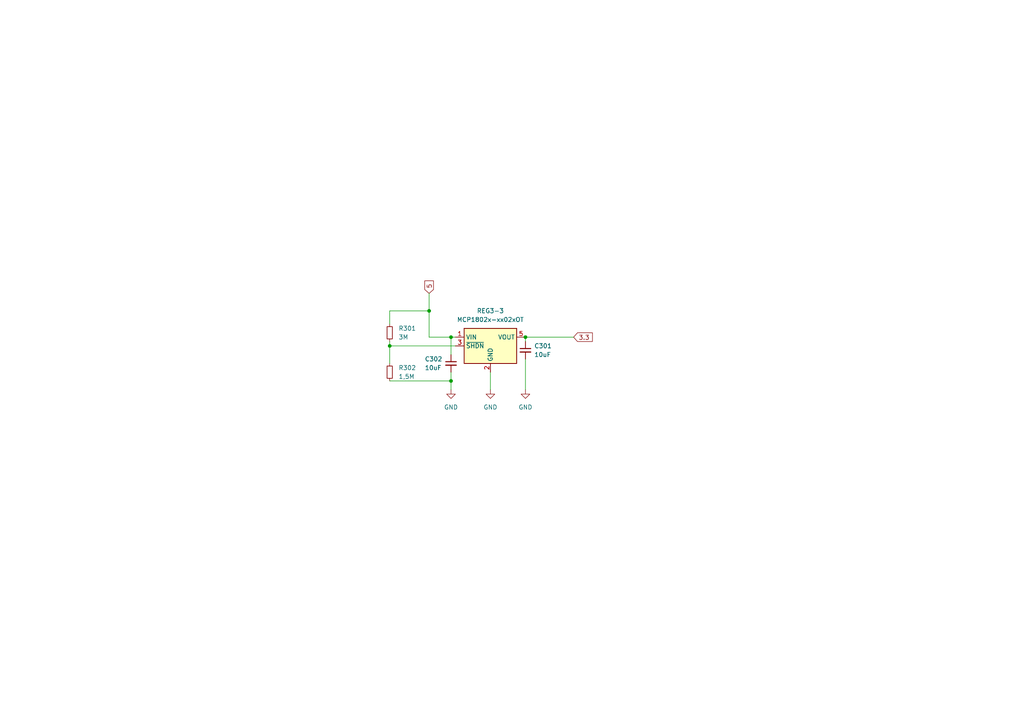
<source format=kicad_sch>
(kicad_sch (version 20211123) (generator eeschema)
  (paper "A4")
  (lib_symbols
    (symbol "Device:C_Small" (pin_numbers hide) (pin_names (offset 0.254) hide)
      (property "Reference" "C" (at 0.254 1.778 0))
      (property "Value" "C_Small" (at 0.254 -2.032 0))
      (symbol "C_Small_0_1"
        (polyline (pts (xy -1.524 -0.508) (xy 1.524 -0.508)) (stroke (width 0.3302)))
        (polyline (pts (xy -1.524 0.508) (xy 1.524 0.508)) (stroke (width 0.3048)))
      )
      (symbol "C_Small_1_1"
        (pin passive line (at 0 2.54 270) (length 2.032) (name "~") (number "1"))
        (pin passive line (at 0 -2.54 90) (length 2.032) (name "~") (number "2"))
      )
    )
    (symbol "Device:R_Small" (pin_numbers hide) (pin_names (offset 0.254) hide)
      (property "Reference" "R" (at 0.762 0.508 0))
      (property "Value" "R_Small" (at 0.762 -1.016 0))
      (symbol "R_Small_0_1"
        (rectangle (start -0.762 1.778) (end 0.762 -1.778) (stroke (width 0.2032)))
      )
      (symbol "R_Small_1_1"
        (pin passive line (at 0 2.54 270) (length 0.762) (name "~") (number "1"))
        (pin passive line (at 0 -2.54 90) (length 0.762) (name "~") (number "2"))
      )
    )
    (symbol "Regulator_Linear:MCP1802x-xx02xOT"
      (property "Reference" "U" (at -6.35 6.35 0))
      (property "Value" "MCP1802x-xx02xOT" (at 0 6.35 0))
      (symbol "MCP1802x-xx02xOT_0_1"
        (rectangle (start -7.62 5.08) (end 7.62 -5.08) (stroke (width 0.254)) (fill (type background)))
      )
      (symbol "MCP1802x-xx02xOT_1_1"
        (pin power_in line (at -10.16 2.54 0) (length 2.54) (name "VIN") (number "1"))
        (pin power_in line (at 0 -7.62 90) (length 2.54) (name "GND") (number "2"))
        (pin input line (at -10.16 0 0) (length 2.54) (name "~{SHDN}") (number "3"))
        (pin no_connect line (at 7.62 0 180) (length 2.54) hide (name "NC") (number "4"))
        (pin power_out line (at 10.16 2.54 180) (length 2.54) (name "VOUT") (number "5"))
      )
    )
    (symbol "power:GND" (power) (pin_names (offset 0))
      (property "Value" "GND" (at 0 -3.81 0))
      (symbol "GND_0_1"
        (polyline (pts (xy 0 0) (xy 0 -1.27) (xy 1.27 -1.27) (xy 0 -2.54) (xy -1.27 -1.27) (xy 0 -1.27)))
      )
      (symbol "GND_1_1"
        (pin power_in line (at 0 0 270) (length 0) hide (name "GND") (number "1"))
      )
    )
  )
  (junction (at 130.81 110.49))
  (junction (at 130.81 97.79))
  (junction (at 152.4 97.79))
  (junction (at 113.03 100.33))
  (junction (at 124.46 90.17))
  (wire (pts (xy 142.24 107.95) (xy 142.24 113.03)))
  (wire (pts (xy 113.03 100.33) (xy 113.03 105.41)))
  (wire (pts (xy 152.4 97.79) (xy 166.37 97.79)))
  (wire (pts (xy 130.81 97.79) (xy 130.81 102.87)))
  (wire (pts (xy 113.03 93.98) (xy 113.03 90.17)))
  (wire (pts (xy 132.08 97.79) (xy 130.81 97.79)))
  (wire (pts (xy 113.03 100.33) (xy 132.08 100.33)))
  (wire (pts (xy 113.03 110.49) (xy 130.81 110.49)))
  (wire (pts (xy 113.03 90.17) (xy 124.46 90.17)))
  (wire (pts (xy 124.46 85.09) (xy 124.46 90.17)))
  (wire (pts (xy 130.81 107.95) (xy 130.81 110.49)))
  (wire (pts (xy 124.46 90.17) (xy 124.46 97.79)))
  (wire (pts (xy 124.46 97.79) (xy 130.81 97.79)))
  (wire (pts (xy 130.81 110.49) (xy 130.81 113.03)))
  (wire (pts (xy 152.4 104.14) (xy 152.4 113.03)))
  (wire (pts (xy 152.4 97.79) (xy 152.4 99.06)))
  (wire (pts (xy 113.03 99.06) (xy 113.03 100.33)))
  (global_label "3.3" (shape input) (at 166.37 97.79 0) (property "Intersheet References" "${INTERSHEET_REFS}" (effects hide)))
  (global_label "5" (shape input) (at 124.46 85.09 90) (property "Intersheet References" "${INTERSHEET_REFS}" (effects hide)))
  (symbol (lib_id "Device:C_Small") (at 130.81 105.41 0) (unit 1)
    (property "Reference" "C302" (at 123.19 104.14 0) (effects (justify left)))
    (property "Value" "10uF" (at 123.19 106.68 0) (effects (justify left)))
    (property "Footprint" "Capacitor_SMD:C_0603_1608Metric_Pad1.08x0.95mm_HandSolder" (effects hide))
  )
  (symbol (lib_id "Device:C_Small") (at 152.4 101.6 0) (unit 1)
    (property "Reference" "C301" (at 154.94 100.3362 0) (effects (justify left)))
    (property "Value" "10uF" (at 154.94 102.8762 0) (effects (justify left)))
    (property "Footprint" "Capacitor_SMD:C_0603_1608Metric_Pad1.08x0.95mm_HandSolder" (effects hide))
  )
  (symbol (lib_id "Device:R_Small") (at 113.03 96.52 0) (unit 1)
    (property "Reference" "R301" (at 115.57 95.2499 0) (effects (justify left)))
    (property "Value" "3M" (at 115.57 97.7899 0) (effects (justify left)))
    (property "Footprint" "Resistor_SMD:R_0603_1608Metric_Pad0.98x0.95mm_HandSolder" (effects hide))
  )
  (symbol (lib_id "Regulator_Linear:MCP1802x-xx02xOT") (at 142.24 100.33 0) (unit 1)
    (property "Reference" "REG3-3" (at 142.24 90.17 0))
    (property "Value" "MCP1802x-xx02xOT" (at 142.24 92.71 0))
    (property "Footprint" "Package_TO_SOT_SMD:SOT-23-5" (effects hide))
    (property "Datasheet" "http://ww1.microchip.com/downloads/en/DeviceDoc/22053C.pdf" (effects hide))
  )
  (symbol (lib_id "power:GND") (at 142.24 113.03 0) (unit 1)
    (property "Reference" "#PWR0101" (effects hide))
    (property "Value" "GND" (at 142.24 118.11 0))
  )
  (symbol (lib_id "Device:R_Small") (at 113.03 107.95 0) (unit 1)
    (property "Reference" "R302" (at 115.57 106.6799 0) (effects (justify left)))
    (property "Value" "1,5M" (at 115.57 109.2199 0) (effects (justify left)))
    (property "Footprint" "Resistor_SMD:R_0603_1608Metric_Pad0.98x0.95mm_HandSolder" (effects hide))
  )
  (symbol (lib_id "power:GND") (at 152.4 113.03 0) (unit 1)
    (property "Reference" "#PWR0103" (effects hide))
    (property "Value" "GND" (at 152.4 118.11 0))
  )
  (symbol (lib_id "power:GND") (at 130.81 113.03 0) (unit 1)
    (property "Reference" "#PWR0102" (effects hide))
    (property "Value" "GND" (at 130.81 118.11 0))
  )
)
</source>
